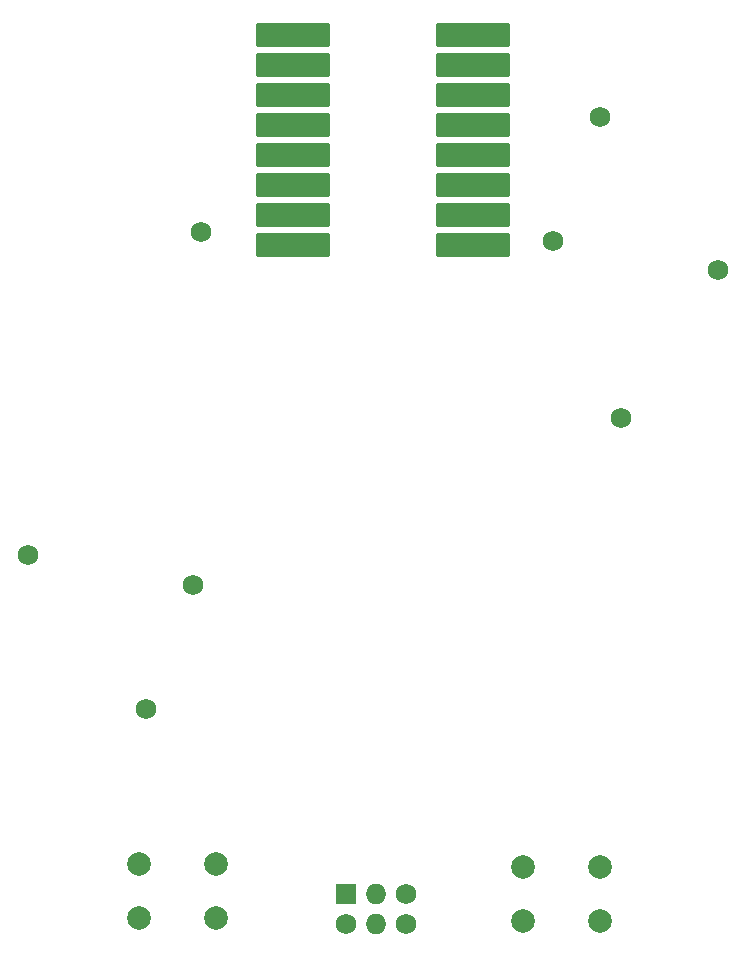
<source format=gbs>
%TF.GenerationSoftware,KiCad,Pcbnew,9.0.1*%
%TF.CreationDate,2025-07-21T02:07:33-04:00*%
%TF.ProjectId,EMP_Cyclone_SAO_v1,454d505f-4379-4636-9c6f-6e655f53414f,rev?*%
%TF.SameCoordinates,Original*%
%TF.FileFunction,Soldermask,Bot*%
%TF.FilePolarity,Negative*%
%FSLAX46Y46*%
G04 Gerber Fmt 4.6, Leading zero omitted, Abs format (unit mm)*
G04 Created by KiCad (PCBNEW 9.0.1) date 2025-07-21 02:07:33*
%MOMM*%
%LPD*%
G01*
G04 APERTURE LIST*
G04 Aperture macros list*
%AMRoundRect*
0 Rectangle with rounded corners*
0 $1 Rounding radius*
0 $2 $3 $4 $5 $6 $7 $8 $9 X,Y pos of 4 corners*
0 Add a 4 corners polygon primitive as box body*
4,1,4,$2,$3,$4,$5,$6,$7,$8,$9,$2,$3,0*
0 Add four circle primitives for the rounded corners*
1,1,$1+$1,$2,$3*
1,1,$1+$1,$4,$5*
1,1,$1+$1,$6,$7*
1,1,$1+$1,$8,$9*
0 Add four rect primitives between the rounded corners*
20,1,$1+$1,$2,$3,$4,$5,0*
20,1,$1+$1,$4,$5,$6,$7,0*
20,1,$1+$1,$6,$7,$8,$9,0*
20,1,$1+$1,$8,$9,$2,$3,0*%
G04 Aperture macros list end*
%ADD10C,1.727200*%
%ADD11C,2.000000*%
%ADD12R,1.727200X1.727200*%
%ADD13O,1.727200X1.727200*%
%ADD14RoundRect,0.102000X3.000000X0.952500X-3.000000X0.952500X-3.000000X-0.952500X3.000000X-0.952500X0*%
G04 APERTURE END LIST*
D10*
%TO.C,U1*%
X84769165Y-114549852D03*
X85495766Y-84735330D03*
X121051005Y-100466418D03*
X115264670Y-85495766D03*
%TD*%
D11*
%TO.C,SW1*%
X112750000Y-138500000D03*
X119250000Y-138500000D03*
X112750000Y-143000000D03*
X119250000Y-143000000D03*
%TD*%
D12*
%TO.C,REF\u002A\u002A*%
X97770000Y-140750000D03*
D10*
X97770000Y-143290000D03*
D13*
X100310000Y-140750000D03*
X100310000Y-143290000D03*
D10*
X102850000Y-140750000D03*
X102850000Y-143290000D03*
%TD*%
%TO.C,U2*%
X129192457Y-87926418D03*
X119264102Y-74946404D03*
X70807543Y-112073582D03*
X80770595Y-125062894D03*
%TD*%
D11*
%TO.C,SW2*%
X80250000Y-138250000D03*
X86750000Y-138250000D03*
X80250000Y-142750000D03*
X86750000Y-142750000D03*
%TD*%
D14*
%TO.C,U3*%
X93250000Y-85780000D03*
X93250000Y-83240000D03*
X93250000Y-80700000D03*
X93250000Y-78160000D03*
X93250000Y-73080000D03*
X93250000Y-75620000D03*
X108490000Y-68000000D03*
X93250000Y-68000000D03*
X108490000Y-70540000D03*
X108490000Y-73080000D03*
X108490000Y-75620000D03*
X108490000Y-78160000D03*
X108490000Y-80700000D03*
X108490000Y-83240000D03*
X108490000Y-85780000D03*
X93250000Y-70540000D03*
%TD*%
M02*

</source>
